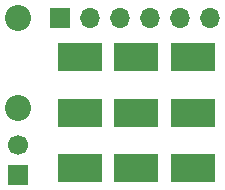
<source format=gbs>
%TF.GenerationSoftware,KiCad,Pcbnew,7.0.2*%
%TF.CreationDate,2023-07-27T03:17:02-04:00*%
%TF.ProjectId,switchy,73776974-6368-4792-9e6b-696361645f70,1.0*%
%TF.SameCoordinates,Original*%
%TF.FileFunction,Soldermask,Bot*%
%TF.FilePolarity,Negative*%
%FSLAX46Y46*%
G04 Gerber Fmt 4.6, Leading zero omitted, Abs format (unit mm)*
G04 Created by KiCad (PCBNEW 7.0.2) date 2023-07-27 03:17:02*
%MOMM*%
%LPD*%
G01*
G04 APERTURE LIST*
G04 Aperture macros list*
%AMRoundRect*
0 Rectangle with rounded corners*
0 $1 Rounding radius*
0 $2 $3 $4 $5 $6 $7 $8 $9 X,Y pos of 4 corners*
0 Add a 4 corners polygon primitive as box body*
4,1,4,$2,$3,$4,$5,$6,$7,$8,$9,$2,$3,0*
0 Add four circle primitives for the rounded corners*
1,1,$1+$1,$2,$3*
1,1,$1+$1,$4,$5*
1,1,$1+$1,$6,$7*
1,1,$1+$1,$8,$9*
0 Add four rect primitives between the rounded corners*
20,1,$1+$1,$2,$3,$4,$5,0*
20,1,$1+$1,$4,$5,$6,$7,0*
20,1,$1+$1,$6,$7,$8,$9,0*
20,1,$1+$1,$8,$9,$2,$3,0*%
G04 Aperture macros list end*
%ADD10C,1.700000*%
%ADD11R,1.700000X1.700000*%
%ADD12O,1.700000X1.700000*%
%ADD13C,2.203200*%
%ADD14RoundRect,0.101600X-1.750000X-1.125000X1.750000X-1.125000X1.750000X1.125000X-1.750000X1.125000X0*%
G04 APERTURE END LIST*
D10*
X140000000Y-102750000D03*
D11*
X140000000Y-105290000D03*
X143500000Y-92000000D03*
D12*
X146040000Y-92000000D03*
X148580000Y-92000000D03*
X151120000Y-92000000D03*
X153660000Y-92000000D03*
X156200000Y-92000000D03*
D13*
X140000000Y-99560000D03*
X140000000Y-91940000D03*
D14*
X145200000Y-95300000D03*
X145200000Y-100000000D03*
X145200000Y-104700000D03*
X150000000Y-95300000D03*
X150000000Y-100000000D03*
X150000000Y-104700000D03*
X154800000Y-95300000D03*
X154800000Y-100000000D03*
X154800000Y-104700000D03*
M02*

</source>
